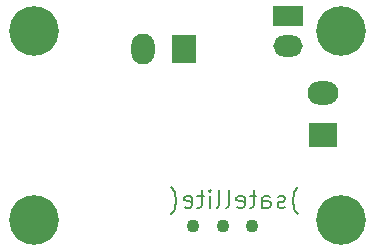
<source format=gbs>
%TF.FileFunction,Soldermask,Bot*%
%FSLAX46Y46*%
G04 Gerber Fmt 4.6, Leading zero omitted, Abs format (unit mm)*
G04 Created by KiCad (PCBNEW (after 2015-jan-16 BZR unknown)-product) date Mon 27 Apr 2015 12:49:16 PM CEST*
%MOMM*%
G01*
G04 APERTURE LIST*
%ADD10C,0.100000*%
%ADD11C,0.150000*%
%ADD12R,2.400000X2.000000*%
%ADD13O,2.600000X2.000000*%
%ADD14R,2.000000X2.400000*%
%ADD15O,2.000000X2.600000*%
%ADD16C,1.100000*%
%ADD17R,2.500000X1.800000*%
%ADD18O,2.500000X1.800000*%
%ADD19C,4.200000*%
G04 APERTURE END LIST*
D10*
D11*
X143357142Y-105500000D02*
X143285714Y-105428571D01*
X143142857Y-105214286D01*
X143071428Y-105071429D01*
X142999999Y-104857143D01*
X142928571Y-104500000D01*
X142928571Y-104214286D01*
X142999999Y-103857143D01*
X143071428Y-103642857D01*
X143142857Y-103500000D01*
X143285714Y-103285714D01*
X143357142Y-103214286D01*
X142285714Y-104857143D02*
X142142857Y-104928571D01*
X141857142Y-104928571D01*
X141714285Y-104857143D01*
X141642857Y-104714286D01*
X141642857Y-104642857D01*
X141714285Y-104500000D01*
X141857142Y-104428571D01*
X142071428Y-104428571D01*
X142214285Y-104357143D01*
X142285714Y-104214286D01*
X142285714Y-104142857D01*
X142214285Y-104000000D01*
X142071428Y-103928571D01*
X141857142Y-103928571D01*
X141714285Y-104000000D01*
X140357142Y-104928571D02*
X140357142Y-104142857D01*
X140428571Y-104000000D01*
X140571428Y-103928571D01*
X140857142Y-103928571D01*
X140999999Y-104000000D01*
X140357142Y-104857143D02*
X140499999Y-104928571D01*
X140857142Y-104928571D01*
X140999999Y-104857143D01*
X141071428Y-104714286D01*
X141071428Y-104571429D01*
X140999999Y-104428571D01*
X140857142Y-104357143D01*
X140499999Y-104357143D01*
X140357142Y-104285714D01*
X139857142Y-103928571D02*
X139285713Y-103928571D01*
X139642856Y-103428571D02*
X139642856Y-104714286D01*
X139571428Y-104857143D01*
X139428570Y-104928571D01*
X139285713Y-104928571D01*
X138214285Y-104857143D02*
X138357142Y-104928571D01*
X138642856Y-104928571D01*
X138785713Y-104857143D01*
X138857142Y-104714286D01*
X138857142Y-104142857D01*
X138785713Y-104000000D01*
X138642856Y-103928571D01*
X138357142Y-103928571D01*
X138214285Y-104000000D01*
X138142856Y-104142857D01*
X138142856Y-104285714D01*
X138857142Y-104428571D01*
X137285713Y-104928571D02*
X137428571Y-104857143D01*
X137499999Y-104714286D01*
X137499999Y-103428571D01*
X136499999Y-104928571D02*
X136642857Y-104857143D01*
X136714285Y-104714286D01*
X136714285Y-103428571D01*
X135928571Y-104928571D02*
X135928571Y-103928571D01*
X135928571Y-103428571D02*
X136000000Y-103500000D01*
X135928571Y-103571429D01*
X135857143Y-103500000D01*
X135928571Y-103428571D01*
X135928571Y-103571429D01*
X135428571Y-103928571D02*
X134857142Y-103928571D01*
X135214285Y-103428571D02*
X135214285Y-104714286D01*
X135142857Y-104857143D01*
X134999999Y-104928571D01*
X134857142Y-104928571D01*
X133785714Y-104857143D02*
X133928571Y-104928571D01*
X134214285Y-104928571D01*
X134357142Y-104857143D01*
X134428571Y-104714286D01*
X134428571Y-104142857D01*
X134357142Y-104000000D01*
X134214285Y-103928571D01*
X133928571Y-103928571D01*
X133785714Y-104000000D01*
X133714285Y-104142857D01*
X133714285Y-104285714D01*
X134428571Y-104428571D01*
X132642857Y-105500000D02*
X132714285Y-105428571D01*
X132857142Y-105214286D01*
X132928571Y-105071429D01*
X133000000Y-104857143D01*
X133071428Y-104500000D01*
X133071428Y-104214286D01*
X133000000Y-103857143D01*
X132928571Y-103642857D01*
X132857142Y-103500000D01*
X132714285Y-103285714D01*
X132642857Y-103214286D01*
D12*
X145500000Y-98750000D03*
D13*
X145500000Y-95250000D03*
D14*
X133750000Y-91500000D03*
D15*
X130250000Y-91500000D03*
D16*
X134500000Y-106500000D03*
X137000000Y-106500000D03*
X139500000Y-106500000D03*
D17*
X142500000Y-88730000D03*
D18*
X142500000Y-91270000D03*
D19*
X121000000Y-90000000D03*
X147000000Y-106000000D03*
X147000000Y-90000000D03*
X121000000Y-106000000D03*
M02*

</source>
